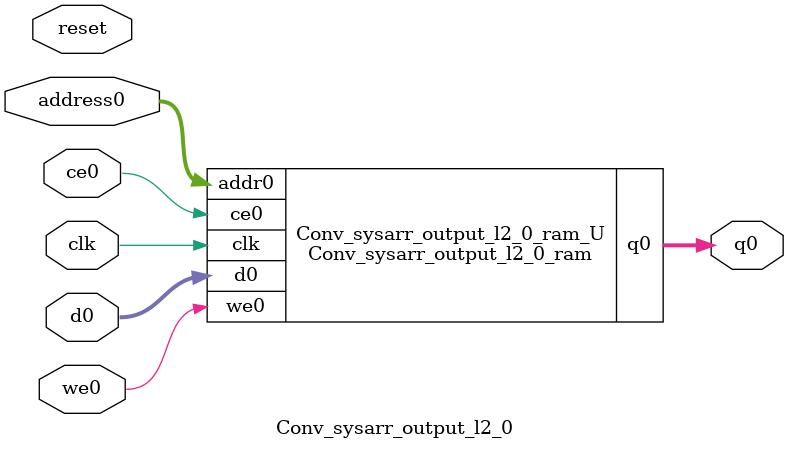
<source format=v>
`timescale 1 ns / 1 ps
module Conv_sysarr_output_l2_0_ram (addr0, ce0, d0, we0, q0,  clk);

parameter DWIDTH = 32;
parameter AWIDTH = 20;
parameter MEM_SIZE = 802816;

input[AWIDTH-1:0] addr0;
input ce0;
input[DWIDTH-1:0] d0;
input we0;
output reg[DWIDTH-1:0] q0;
input clk;

(* ram_style = "block" *)reg [DWIDTH-1:0] ram[0:MEM_SIZE-1];




always @(posedge clk)  
begin 
    if (ce0) begin
        if (we0) 
            ram[addr0] <= d0; 
        q0 <= ram[addr0];
    end
end


endmodule

`timescale 1 ns / 1 ps
module Conv_sysarr_output_l2_0(
    reset,
    clk,
    address0,
    ce0,
    we0,
    d0,
    q0);

parameter DataWidth = 32'd32;
parameter AddressRange = 32'd802816;
parameter AddressWidth = 32'd20;
input reset;
input clk;
input[AddressWidth - 1:0] address0;
input ce0;
input we0;
input[DataWidth - 1:0] d0;
output[DataWidth - 1:0] q0;



Conv_sysarr_output_l2_0_ram Conv_sysarr_output_l2_0_ram_U(
    .clk( clk ),
    .addr0( address0 ),
    .ce0( ce0 ),
    .we0( we0 ),
    .d0( d0 ),
    .q0( q0 ));

endmodule


</source>
